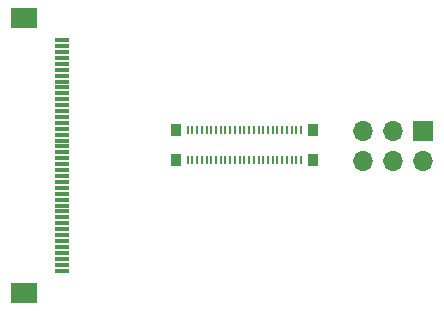
<source format=gts>
%TF.GenerationSoftware,KiCad,Pcbnew,(6.0.11)*%
%TF.CreationDate,2023-02-05T22:54:31+01:00*%
%TF.ProjectId,ES108FC1_Connector,45533130-3846-4433-915f-436f6e6e6563,rev?*%
%TF.SameCoordinates,Original*%
%TF.FileFunction,Soldermask,Top*%
%TF.FilePolarity,Negative*%
%FSLAX46Y46*%
G04 Gerber Fmt 4.6, Leading zero omitted, Abs format (unit mm)*
G04 Created by KiCad (PCBNEW (6.0.11)) date 2023-02-05 22:54:31*
%MOMM*%
%LPD*%
G01*
G04 APERTURE LIST*
%ADD10R,1.300000X0.300000*%
%ADD11R,2.200000X1.800000*%
%ADD12R,0.900000X1.000000*%
%ADD13R,0.200000X0.800000*%
%ADD14O,1.700000X1.700000*%
%ADD15R,1.700000X1.700000*%
G04 APERTURE END LIST*
D10*
%TO.C,U1*%
X21050000Y-33700000D03*
X21050000Y-33200000D03*
X21050000Y-32700000D03*
X21050000Y-32200000D03*
X21050000Y-31700000D03*
X21050000Y-31200000D03*
X21050000Y-30700000D03*
X21050000Y-30200000D03*
X21050000Y-29700000D03*
X21050000Y-29200000D03*
X21050000Y-28700000D03*
X21050000Y-28200000D03*
X21050000Y-27700000D03*
X21050000Y-27200000D03*
X21050000Y-26700000D03*
X21050000Y-26200000D03*
X21050000Y-25700000D03*
X21050000Y-25200000D03*
X21050000Y-24700000D03*
X21050000Y-24200000D03*
X21050000Y-23700000D03*
X21050000Y-23200000D03*
X21050000Y-22700000D03*
X21050000Y-22200000D03*
X21050000Y-21700000D03*
X21050000Y-21200000D03*
X21050000Y-20700000D03*
X21050000Y-20200000D03*
X21050000Y-19700000D03*
X21050000Y-19200000D03*
X21050000Y-18700000D03*
X21050000Y-18200000D03*
X21050000Y-17700000D03*
X21050000Y-17200000D03*
X21050000Y-16700000D03*
X21050000Y-16200000D03*
X21050000Y-15700000D03*
X21050000Y-15200000D03*
X21050000Y-14700000D03*
X21050000Y-14200000D03*
D11*
X17800000Y-12300000D03*
X17800000Y-35600000D03*
%TD*%
D12*
%TO.C,J2*%
X30692336Y-21842336D03*
X30692336Y-24342336D03*
X42292336Y-21842336D03*
X42292336Y-24342336D03*
D13*
X31692336Y-24342336D03*
X31692336Y-21842336D03*
X32092336Y-24342336D03*
X32092336Y-21842336D03*
X32492336Y-24342336D03*
X32492336Y-21842336D03*
X32892336Y-24342336D03*
X32892336Y-21842336D03*
X33292336Y-24342336D03*
X33292336Y-21842336D03*
X33692336Y-24342336D03*
X33692336Y-21842336D03*
X34092336Y-24342336D03*
X34092336Y-21842336D03*
X34492336Y-24342336D03*
X34492336Y-21842336D03*
X34892336Y-24342336D03*
X34892336Y-21842336D03*
X35292336Y-24342336D03*
X35292336Y-21842336D03*
X35692336Y-24342336D03*
X35692336Y-21842336D03*
X36092336Y-24342336D03*
X36092336Y-21842336D03*
X36492336Y-24342336D03*
X36492336Y-21842336D03*
X36892336Y-24342336D03*
X36892336Y-21842336D03*
X37292336Y-24342336D03*
X37292336Y-21842336D03*
X37692336Y-24342336D03*
X37692336Y-21842336D03*
X38092336Y-24342336D03*
X38092336Y-21842336D03*
X38492336Y-24342336D03*
X38492336Y-21842336D03*
X38892336Y-24342336D03*
X38892336Y-21842336D03*
X39292336Y-24342336D03*
X39292336Y-21842336D03*
X39692336Y-24342336D03*
X39692336Y-21842336D03*
X40092336Y-24342336D03*
X40092336Y-21842336D03*
X40492336Y-24342336D03*
X40492336Y-21842336D03*
X40892336Y-24342336D03*
X40892336Y-21842336D03*
X41292336Y-24342336D03*
X41292336Y-21842336D03*
%TD*%
D14*
%TO.C,J1*%
X46570000Y-24390000D03*
X46570000Y-21850000D03*
X49110000Y-24390000D03*
X49110000Y-21850000D03*
X51650000Y-24390000D03*
D15*
X51650000Y-21850000D03*
%TD*%
M02*

</source>
